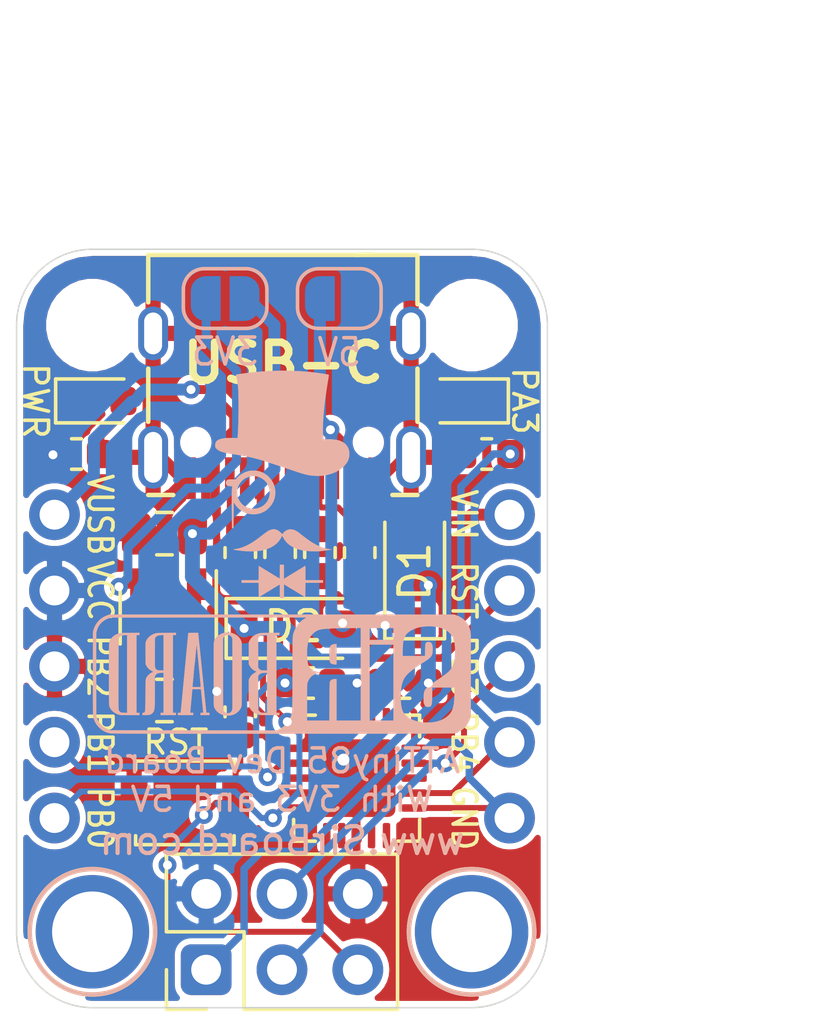
<source format=kicad_pcb>
(kicad_pcb (version 20171130) (host pcbnew "(5.1.2)-2")
  (title_block (title "Development Board for the ATTiny85") (date 2020-04-26) (rev 2) (company SirBoard) (comment 1 www.SirBoard.com) (comment 2 "USB Type C Connector + ICSP6 ") (comment 3 "3V3 and 5V Capability") (comment 4 ATTiny85-20M))
  (layers (0 F.Cu signal) (31 B.Cu signal) (34 B.Paste user hide) (35 F.Paste user hide) (36 B.SilkS user) (37 F.SilkS user) (38 B.Mask user hide) (39 F.Mask user hide) (44 Edge.Cuts user))
  (net 0 "")
  (net 1 VCC)
  (net 2 VIN)
  (net 3 PB0)
  (net 4 PB1)
  (net 5 PB2)
  (net 6 GND)
  (net 7 PB4)
  (net 8 PB3)
  (net 9 RST)
  (net 10 VUSB)
  (net 11 "Net-(U2-Pad4)")
  (net 12 "Net-(3V3-Pad2)")
  (net 13 "Net-(3V3-Pad1)")
  (net 14 "Net-(D3-Pad2)")
  (net 15 "Net-(D4-Pad2)")
  (net 16 "Net-(J1-PadB5)")
  (net 17 "Net-(J1-PadA8)")
  (net 18 "Net-(J1-PadA6)")
  (net 19 "Net-(J1-PadA7)")
  (net 20 "Net-(J1-PadA5)")
  (net 21 "Net-(J1-PadB8)")
  (net 22 "Net-(U1-Pad20)")
  (net 23 "Net-(U1-Pad19)")
  (net 24 "Net-(U1-Pad18)")
  (net 25 "Net-(U1-Pad17)")
  (net 26 "Net-(U1-Pad16)")
  (net 27 "Net-(U1-Pad13)")
  (net 28 "Net-(U1-Pad10)")
  (net 29 "Net-(U1-Pad9)")
  (net 30 "Net-(U1-Pad7)")
  (net 31 "Net-(U1-Pad6)")
  (net 32 "Net-(U1-Pad4)")
  (net 33 "Net-(U1-Pad3)")
  (module logo:SirBoard127x40 (layer B.Cu) (at 66.04 43.434 180)
    (fp_text reference G*** hide)
    (fp_text value LOGO hide)
  )
  (module logo:logo76x107 (layer B.Cu) (at 66.04 37.084 180)
    (fp_text reference G*** hide)
    (fp_text value LOGO hide)
  )
  (module Capacitor_SMD:C_0603_1608Metric (layer F.Cu) (at 70.1548 43.7388)
    (fp_text reference C3 hide)
    (fp_text value 100nF)
    (pad 2 smd roundrect (at 0.7875 0) (size 0.875 0.95) (layers F.Cu F.Paste F.Mask) (net 6 GND))
    (pad 1 smd roundrect (at -0.7875 0) (size 0.875 0.95) (layers F.Cu F.Paste F.Mask) (net 1 VCC))
  )
  (module Package_DFN_QFN:QFN-20-1EP_4x4mm_P0.5mm_EP2.6x2.6mm (layer F.Cu) (at 68.5396 46.9242)
    (fp_text reference U1 hide)
    (fp_text value ATtiny85-20MU)
    (pad 20 smd roundrect (at -1 -1.925) (size 0.25 0.85) (layers F.Cu F.Paste F.Mask) (net 22 "Net-(U1-Pad20)"))
    (pad 19 smd roundrect (at -0.5 -1.925) (size 0.25 0.85) (layers F.Cu F.Paste F.Mask) (net 23 "Net-(U1-Pad19)"))
    (pad 18 smd roundrect (at 0 -1.925) (size 0.25 0.85) (layers F.Cu F.Paste F.Mask) (net 24 "Net-(U1-Pad18)"))
    (pad 17 smd roundrect (at 0.5 -1.925) (size 0.25 0.85) (layers F.Cu F.Paste F.Mask) (net 25 "Net-(U1-Pad17)"))
    (pad 16 smd roundrect (at 1 -1.925) (size 0.25 0.85) (layers F.Cu F.Paste F.Mask) (net 26 "Net-(U1-Pad16)"))
    (pad 15 smd roundrect (at 1.925 -1) (size 0.85 0.25) (layers F.Cu F.Paste F.Mask) (net 1 VCC))
    (pad 14 smd roundrect (at 1.925 -0.5) (size 0.85 0.25) (layers F.Cu F.Paste F.Mask) (net 5 PB2))
    (pad 13 smd roundrect (at 1.925 0) (size 0.85 0.25) (layers F.Cu F.Paste F.Mask) (net 27 "Net-(U1-Pad13)"))
    (pad 12 smd roundrect (at 1.925 0.5) (size 0.85 0.25) (layers F.Cu F.Paste F.Mask) (net 4 PB1))
    (pad 11 smd roundrect (at 1.925 1) (size 0.85 0.25) (layers F.Cu F.Paste F.Mask) (net 3 PB0))
    (pad 10 smd roundrect (at 1 1.925) (size 0.25 0.85) (layers F.Cu F.Paste F.Mask) (net 28 "Net-(U1-Pad10)"))
    (pad 9 smd roundrect (at 0.5 1.925) (size 0.25 0.85) (layers F.Cu F.Paste F.Mask) (net 29 "Net-(U1-Pad9)"))
    (pad 8 smd roundrect (at 0 1.925) (size 0.25 0.85) (layers F.Cu F.Paste F.Mask) (net 6 GND))
    (pad 7 smd roundrect (at -0.5 1.925) (size 0.25 0.85) (layers F.Cu F.Paste F.Mask) (net 30 "Net-(U1-Pad7)"))
    (pad 6 smd roundrect (at -1 1.925) (size 0.25 0.85) (layers F.Cu F.Paste F.Mask) (net 31 "Net-(U1-Pad6)"))
    (pad 5 smd roundrect (at -1.925 1) (size 0.85 0.25) (layers F.Cu F.Paste F.Mask) (net 7 PB4))
    (pad 4 smd roundrect (at -1.925 0.5) (size 0.85 0.25) (layers F.Cu F.Paste F.Mask) (net 32 "Net-(U1-Pad4)"))
    (pad 3 smd roundrect (at -1.925 0) (size 0.85 0.25) (layers F.Cu F.Paste F.Mask) (net 33 "Net-(U1-Pad3)"))
    (pad 2 smd roundrect (at -1.925 -0.5) (size 0.85 0.25) (layers F.Cu F.Paste F.Mask) (net 8 PB3))
    (pad 1 smd roundrect (at -1.925 -1) (size 0.85 0.25) (layers F.Cu F.Paste F.Mask) (net 9 RST))
    (pad 21 smd roundrect (at 0 0) (size 2.6 2.6) (layers F.Cu F.Mask) (roundrect_rratio 0.096154) (net 6 GND))
  )
  (module SirBoardLibrary:MountingHole_M2.5_SirBoard (layer F.Cu) (at 59.69 52.07)
    (fp_text reference H3 hide)
    (fp_text value MountingHole)
    (pad 1 thru_hole circle (at 0 0) (size 3.8 3.8) (drill 2.7) (layers *.Cu *.Mask))
  )
  (module SirBoardLibrary:MountingHole_M2.5_SirBoard (layer F.Cu) (at 72.39 52.07)
    (fp_text reference H2 hide)
    (fp_text value MountingHole)
    (pad 1 thru_hole circle (at 0 0) (size 3.8 3.8) (drill 2.7) (layers *.Cu *.Mask))
  )
  (module Connector_PinHeader_2.54mm:PinHeader_1x05_P2.54mm_Vertical (layer B.Cu) (at 58.42 38.1 180)
    (fp_text reference J2 hide)
    (fp_text value Conn_01x05)
    (pad 5 thru_hole oval (at 0 -10.16 180) (size 1.7 1.7) (drill 1) (layers *.Cu *.Mask) (net 7 PB4))
    (pad 4 thru_hole oval (at 0 -7.62 180) (size 1.7 1.7) (drill 1) (layers *.Cu *.Mask) (net 8 PB3))
    (pad 3 thru_hole oval (at 0 -5.08 180) (size 1.7 1.7) (drill 1) (layers *.Cu *.Mask) (net 6 GND))
    (pad 2 thru_hole oval (at 0 -2.54 180) (size 1.7 1.7) (drill 1) (layers *.Cu *.Mask) (net 1 VCC))
    (pad 1 thru_hole circle (at 0 0 180) (size 1.7 1.7) (drill 1) (layers *.Cu *.Mask) (net 10 VUSB))
  )
  (module Connector_PinHeader_2.54mm:PinHeader_1x05_P2.54mm_Vertical (layer B.Cu) (at 73.66 38.1 180)
    (fp_text reference J3 hide)
    (fp_text value Conn_01x05)
    (pad 5 thru_hole oval (at 0 -10.16 180) (size 1.7 1.7) (drill 1) (layers *.Cu *.Mask) (net 3 PB0))
    (pad 4 thru_hole oval (at 0 -7.62 180) (size 1.7 1.7) (drill 1) (layers *.Cu *.Mask) (net 4 PB1))
    (pad 3 thru_hole oval (at 0 -5.08 180) (size 1.7 1.7) (drill 1) (layers *.Cu *.Mask) (net 5 PB2))
    (pad 2 thru_hole oval (at 0 -2.54 180) (size 1.7 1.7) (drill 1) (layers *.Cu *.Mask) (net 9 RST))
    (pad 1 thru_hole circle (at 0 0 180) (size 1.7 1.7) (drill 1) (layers *.Cu *.Mask) (net 2 VIN))
  )
  (module MountingHole:MountingHole_2.7mm_M2.5 (layer F.Cu) (at 59.69 31.75)
    (fp_text reference H1 hide)
    (fp_text value MountingHole)
    (pad 1 np_thru_hole circle (at 0 0) (size 2.7 2.7) (drill 2.7) (layers *.Cu *.Mask))
  )
  (module MountingHole:MountingHole_2.7mm_M2.5 (layer F.Cu) (at 72.39 31.75)
    (fp_text reference H4 hide)
    (fp_text value MountingHole)
    (pad 1 np_thru_hole circle (at 0 0) (size 2.7 2.7) (drill 2.7) (layers *.Cu *.Mask))
  )
  (module Package_TO_SOT_SMD:SOT-23-5 (layer F.Cu) (at 62.23 41.529 270)
    (fp_text reference U2 hide)
    (fp_text value SPX3819M5-L-3-3)
    (pad 5 smd rect (at 1.1 -0.95 270) (size 1.06 0.65) (layers F.Cu F.Paste F.Mask) (net 1 VCC))
    (pad 4 smd rect (at 1.1 0.95 270) (size 1.06 0.65) (layers F.Cu F.Paste F.Mask) (net 11 "Net-(U2-Pad4)"))
    (pad 3 smd rect (at -1.1 0.95 270) (size 1.06 0.65) (layers F.Cu F.Paste F.Mask) (net 12 "Net-(3V3-Pad2)"))
    (pad 2 smd rect (at -1.1 0 270) (size 1.06 0.65) (layers F.Cu F.Paste F.Mask) (net 6 GND))
    (pad 1 smd rect (at -1.1 -0.95 270) (size 1.06 0.65) (layers F.Cu F.Paste F.Mask) (net 12 "Net-(3V3-Pad2)"))
  )
  (module Button_Switch_SMD:SW_SPST_B3U-1000P (layer F.Cu) (at 62.787 47.752 180)
    (fp_text reference RST (at 0.303 2.032) (layer F.SilkS) (effects (font (size 0.8 0.8) (thickness 0.12))))
    (fp_text value SW_SPST)
    (pad 2 smd rect (at 1.7 0 180) (size 0.9 1.7) (layers F.Cu F.Paste F.Mask) (net 6 GND))
    (pad 1 smd rect (at -1.7 0 180) (size 0.9 1.7) (layers F.Cu F.Paste F.Mask) (net 9 RST))
  )
  (module Resistor_SMD:R_0603_1608Metric (layer F.Cu) (at 59.1565 36.068 180)
    (fp_text reference R8 hide)
    (fp_text value 1K)
    (pad 2 smd roundrect (at 0.7875 0 180) (size 0.875 0.95) (layers F.Cu F.Paste F.Mask) (net 1 VCC))
    (pad 1 smd roundrect (at -0.7875 0 180) (size 0.875 0.95) (layers F.Cu F.Paste F.Mask) (net 15 "Net-(D4-Pad2)"))
  )
  (module Resistor_SMD:R_0603_1608Metric (layer F.Cu) (at 72.898 36.068)
    (fp_text reference R7 hide)
    (fp_text value 1K)
    (pad 2 smd roundrect (at 0.7875 0) (size 0.875 0.95) (layers F.Cu F.Paste F.Mask) (net 4 PB1))
    (pad 1 smd roundrect (at -0.7875 0) (size 0.875 0.95) (layers F.Cu F.Paste F.Mask) (net 14 "Net-(D3-Pad2)"))
  )
  (module Resistor_SMD:R_0603_1608Metric (layer F.Cu) (at 66.929 43.7388)
    (fp_text reference R6 hide)
    (fp_text value 1k5)
    (pad 2 smd roundrect (at 0.7875 0) (size 0.875 0.95) (layers F.Cu F.Paste F.Mask) (net 1 VCC))
    (pad 1 smd roundrect (at -0.7875 0) (size 0.875 0.95) (layers F.Cu F.Paste F.Mask) (net 8 PB3))
  )
  (module Resistor_SMD:R_0603_1608Metric (layer F.Cu) (at 64.643 44.704 90)
    (fp_text reference R5 hide)
    (fp_text value 10K)
    (pad 2 smd roundrect (at 0.7875 0 90) (size 0.875 0.95) (layers F.Cu F.Paste F.Mask) (net 1 VCC))
    (pad 1 smd roundrect (at -0.7875 0 90) (size 0.875 0.95) (layers F.Cu F.Paste F.Mask) (net 9 RST))
  )
  (module Resistor_SMD:R_0603_1608Metric (layer F.Cu) (at 65.9765 39.37 270)
    (fp_text reference R4 hide)
    (fp_text value 68e)
    (pad 2 smd roundrect (at 0.7875 0 270) (size 0.875 0.95) (layers F.Cu F.Paste F.Mask) (net 7 PB4))
    (pad 1 smd roundrect (at -0.7875 0 270) (size 0.875 0.95) (layers F.Cu F.Paste F.Mask) (net 18 "Net-(J1-PadA6)"))
  )
  (module Resistor_SMD:R_0603_1608Metric (layer F.Cu) (at 67.31 39.37 270)
    (fp_text reference R3 hide)
    (fp_text value 68e)
    (pad 2 smd roundrect (at 0.7875 0 270) (size 0.875 0.95) (layers F.Cu F.Paste F.Mask) (net 8 PB3))
    (pad 1 smd roundrect (at -0.7875 0 270) (size 0.875 0.95) (layers F.Cu F.Paste F.Mask) (net 19 "Net-(J1-PadA7)"))
  )
  (module Resistor_SMD:R_0603_1608Metric (layer F.Cu) (at 68.6435 39.37 270)
    (fp_text reference R2 hide)
    (fp_text value 5k1)
    (pad 2 smd roundrect (at 0.7875 0 270) (size 0.875 0.95) (layers F.Cu F.Paste F.Mask) (net 6 GND))
    (pad 1 smd roundrect (at -0.7875 0 270) (size 0.875 0.95) (layers F.Cu F.Paste F.Mask) (net 20 "Net-(J1-PadA5)"))
  )
  (module Resistor_SMD:R_0603_1608Metric (layer F.Cu) (at 64.643 39.37 270)
    (fp_text reference R1 hide)
    (fp_text value 5k1)
    (pad 2 smd roundrect (at 0.7875 0 270) (size 0.875 0.95) (layers F.Cu F.Paste F.Mask) (net 6 GND))
    (pad 1 smd roundrect (at -0.7875 0 270) (size 0.875 0.95) (layers F.Cu F.Paste F.Mask) (net 16 "Net-(J1-PadB5)"))
  )
  (module Connector_PinHeader_2.54mm:PinHeader_2x03_P2.54mm_Vertical (layer F.Cu) (at 63.5 53.34 90)
    (fp_text reference J4 hide)
    (fp_text value ISP6)
    (pad 6 thru_hole oval (at 2.54 5.08 90) (size 1.7 1.7) (drill 1) (layers *.Cu *.Mask) (net 6 GND))
    (pad 5 thru_hole oval (at 0 5.08 90) (size 1.7 1.7) (drill 1) (layers *.Cu *.Mask) (net 9 RST))
    (pad 4 thru_hole oval (at 2.54 2.54 90) (size 1.7 1.7) (drill 1) (layers *.Cu *.Mask) (net 3 PB0))
    (pad 3 thru_hole oval (at 0 2.54 90) (size 1.7 1.7) (drill 1) (layers *.Cu *.Mask) (net 5 PB2))
    (pad 2 thru_hole oval (at 2.54 0 90) (size 1.7 1.7) (drill 1) (layers *.Cu *.Mask) (net 1 VCC))
    (pad 1 thru_hole roundrect (at 0 0 90) (size 1.7 1.7) (drill 1) (layers *.Cu *.Mask) (roundrect_rratio 0.2) (net 4 PB1))
  )
  (module SirBoardLibrary:USB_C (layer F.Cu) (at 69.2565 37.465 180)
    (fp_text reference USB-C (at 3.175 4.445) (layer F.SilkS) (effects (font (size 1.27 1.27) (thickness 0.254))))
    (fp_text value USB_C_Receptacle_USB2.0 hide)
    (pad B4 smd rect (at 5.4558 0.5866 180) (size 0.31 1.4) (layers F.Cu F.Paste F.Mask) (net 10 VUSB))
    (pad B1 smd rect (at 6.2585 0.5866 180) (size 0.31 1.4) (layers F.Cu F.Paste F.Mask) (net 6 GND))
    (pad B9 smd rect (at 0.9685 0.5842 180) (size 0.31 1.4) (layers F.Cu F.Paste F.Mask) (net 10 VUSB))
    (pad B12 smd rect (at 0.1685 0.5842 180) (size 0.31 1.4) (layers F.Cu F.Paste F.Mask) (net 6 GND))
    (pad A1 smd rect (at -0.1415 0.5866 180) (size 0.31 1.4) (layers F.Cu F.Paste F.Mask) (net 6 GND))
    (pad A12 smd rect (at 6.5685 0.5866 180) (size 0.31 1.4) (layers F.Cu F.Paste F.Mask) (net 6 GND))
    (pad "" np_thru_hole circle (at 0.3235 1.7866 180) (size 0.65 0.65) (drill oval 0.65) (layers *.Cu *.Mask))
    (pad "" np_thru_hole circle (at 6.1035 1.7866 180) (size 0.65 0.65) (drill oval 0.65) (layers *.Cu *.Mask))
    (pad S1 thru_hole oval (at -1.1065 5.4366 180) (size 1 1.8) (drill oval 0.6 1.4) (layers *.Cu *.Mask) (net 6 GND))
    (pad S1 thru_hole oval (at 7.5335 5.4366 180) (size 1 1.8) (drill oval 0.6 1.4) (layers *.Cu *.Mask) (net 6 GND))
    (pad S1 thru_hole oval (at 7.5335 1.2866 180) (size 1 2.1) (drill oval 0.6 1.7) (layers *.Cu *.Mask) (net 6 GND))
    (pad S1 thru_hole oval (at -1.1065 1.2866 180) (size 1 2.1) (drill oval 0.6 1.7) (layers *.Cu *.Mask) (net 6 GND))
    (pad B5 smd rect (at 4.9635 0.5866 180) (size 0.32 1.4) (layers F.Cu F.Paste F.Mask) (net 16 "Net-(J1-PadB5)"))
    (pad A8 smd rect (at 4.4635 0.5866 180) (size 0.32 1.4) (layers F.Cu F.Paste F.Mask) (net 17 "Net-(J1-PadA8)"))
    (pad B6 smd rect (at 3.9635 0.5866 180) (size 0.32 1.4) (layers F.Cu F.Paste F.Mask) (net 18 "Net-(J1-PadA6)"))
    (pad A7 smd rect (at 3.4635 0.5866 180) (size 0.32 1.4) (layers F.Cu F.Paste F.Mask) (net 19 "Net-(J1-PadA7)"))
    (pad A6 smd rect (at 2.9635 0.5866 180) (size 0.32 1.4) (layers F.Cu F.Paste F.Mask) (net 18 "Net-(J1-PadA6)"))
    (pad B7 smd rect (at 2.4635 0.5866 180) (size 0.32 1.4) (layers F.Cu F.Paste F.Mask) (net 19 "Net-(J1-PadA7)"))
    (pad A5 smd rect (at 1.9635 0.5866 180) (size 0.32 1.4) (layers F.Cu F.Paste F.Mask) (net 20 "Net-(J1-PadA5)"))
    (pad B8 smd rect (at 1.4635 0.5866 180) (size 0.32 1.4) (layers F.Cu F.Paste F.Mask) (net 21 "Net-(J1-PadB8)"))
    (pad A9 smd rect (at 5.7685 0.5866 180) (size 0.31 1.4) (layers F.Cu F.Paste F.Mask) (net 10 VUSB))
    (pad A4 smd rect (at 0.6585 0.5866 180) (size 0.31 1.4) (layers F.Cu F.Paste F.Mask) (net 10 VUSB))
  )
  (module LED_SMD:LED_0603_1608Metric (layer F.Cu) (at 59.944 34.29)
    (fp_text reference PWR (at -2.159 0 270 unlocked) (layer F.SilkS) (effects (font (size 0.8 0.8) (thickness 0.12))))
    (fp_text value RED)
    (pad 2 smd roundrect (at 0.7875 0) (size 0.875 0.95) (layers F.Cu F.Paste F.Mask) (net 15 "Net-(D4-Pad2)"))
    (pad 1 smd roundrect (at -0.7875 0) (size 0.875 0.95) (layers F.Cu F.Paste F.Mask) (net 6 GND))
  )
  (module LED_SMD:LED_0603_1608Metric (layer F.Cu) (at 72.136 34.29 180)
    (fp_text reference PA3 (at -2.032 0 270 unlocked) (layer F.SilkS) (effects (font (size 0.8 0.8) (thickness 0.12))))
    (fp_text value RED)
    (pad 2 smd roundrect (at 0.7875 0 180) (size 0.875 0.95) (layers F.Cu F.Paste F.Mask) (net 14 "Net-(D3-Pad2)"))
    (pad 1 smd roundrect (at -0.7875 0 180) (size 0.875 0.95) (layers F.Cu F.Paste F.Mask) (net 6 GND))
  )
  (module Diode_SMD:D_SOD-123 (layer F.Cu) (at 66.421 41.91)
    (fp_text reference D2 (at 0 -0.0635) (layer F.SilkS))
    (fp_text value MBR120)
    (pad 2 smd rect (at 1.65 0) (size 0.9 1.2) (layers F.Cu F.Paste F.Mask) (net 10 VUSB))
    (pad 1 smd rect (at -1.65 0) (size 0.9 1.2) (layers F.Cu F.Paste F.Mask) (net 13 "Net-(3V3-Pad1)"))
  )
  (module Diode_SMD:D_SOD-123 (layer F.Cu) (at 70.485 40.005 90)
    (fp_text reference D1 (at 0 0 90) (layer F.SilkS))
    (fp_text value MBR120)
    (pad 2 smd rect (at 1.65 0 90) (size 0.9 1.2) (layers F.Cu F.Paste F.Mask) (net 2 VIN))
    (pad 1 smd rect (at -1.65 0 90) (size 0.9 1.2) (layers F.Cu F.Paste F.Mask) (net 13 "Net-(3V3-Pad1)"))
  )
  (module Capacitor_SMD:C_0805_2012Metric (layer F.Cu) (at 62.103 44.323 180)
    (fp_text reference C2 hide)
    (fp_text value 10uF)
    (pad 2 smd roundrect (at 0.9375 0 180) (size 0.975 1.4) (layers F.Cu F.Paste F.Mask) (net 6 GND))
    (pad 1 smd roundrect (at -0.9375 0 180) (size 0.975 1.4) (layers F.Cu F.Paste F.Mask) (net 1 VCC))
  )
  (module Capacitor_SMD:C_0805_2012Metric (layer F.Cu) (at 62.103 38.735 180)
    (fp_text reference C1 hide)
    (fp_text value 10uF)
    (pad 2 smd roundrect (at 0.9375 0 180) (size 0.975 1.4) (layers F.Cu F.Paste F.Mask) (net 6 GND))
    (pad 1 smd roundrect (at -0.9375 0 180) (size 0.975 1.4) (layers F.Cu F.Paste F.Mask) (net 13 "Net-(3V3-Pad1)"))
  )
  (module Jumper:SolderJumper-2_P1.3mm_Open_RoundedPad1.0x1.5mm (layer B.Cu) (at 67.96 30.861)
    (fp_text reference 5V (at 0 1.8) (layer B.SilkS) (effects (font (size 0.9 0.8) (thickness 0.12)) (justify mirror)))
    (fp_text value SolderJumper_2_Open)
    (pad 2 smd custom (at 0.65 0) (size 1 0.5) (layers B.Cu B.Mask) (net 1 VCC) (options (clearance outline) (anchor rect)) (primitives (gr_circle (center 0 -0.25) (end 0.5 -0.25) (width 0)) (gr_circle (center 0 0.25) (end 0.5 0.25) (width 0)) (gr_poly (pts (xy 0 0.75) (xy -0.5 0.75) (xy -0.5 -0.75) (xy 0 -0.75)) (width 0))))
    (pad 1 smd custom (at -0.65 0) (size 1 0.5) (layers B.Cu B.Mask) (net 10 VUSB) (options (clearance outline) (anchor rect)) (primitives (gr_circle (center 0 -0.25) (end 0.5 -0.25) (width 0)) (gr_circle (center 0 0.25) (end 0.5 0.25) (width 0)) (gr_poly (pts (xy 0 0.75) (xy 0.5 0.75) (xy 0.5 -0.75) (xy 0 -0.75)) (width 0))))
  )
  (module Jumper:SolderJumper-2_P1.3mm_Open_RoundedPad1.0x1.5mm (layer B.Cu) (at 64.135 30.861 180)
    (fp_text reference 3V3 (at 0 -1.778) (layer B.SilkS) (effects (font (size 0.9 0.8) (thickness 0.12)) (justify mirror)))
    (fp_text value SolderJumper_2_Open)
    (pad 2 smd custom (at 0.65 0 180) (size 1 0.5) (layers B.Cu B.Mask) (net 12 "Net-(3V3-Pad2)") (options (clearance outline) (anchor rect)) (primitives (gr_circle (center 0 -0.25) (end 0.5 -0.25) (width 0)) (gr_circle (center 0 0.25) (end 0.5 0.25) (width 0)) (gr_poly (pts (xy 0 0.75) (xy -0.5 0.75) (xy -0.5 -0.75) (xy 0 -0.75)) (width 0))))
    (pad 1 smd custom (at -0.65 0 180) (size 1 0.5) (layers B.Cu B.Mask) (net 13 "Net-(3V3-Pad1)") (options (clearance outline) (anchor rect)) (primitives (gr_circle (center 0 -0.25) (end 0.5 -0.25) (width 0)) (gr_circle (center 0 0.25) (end 0.5 0.25) (width 0)) (gr_poly (pts (xy 0 0.75) (xy 0.5 0.75) (xy 0.5 -0.75) (xy 0 -0.75)) (width 0))))
  )
  (gr_text "ATTiny85 Dev Board\nWith 3V3 and 5V" (at 66.04 46.99) (layer B.SilkS) (effects (font (size 0.8 0.8) (thickness 0.12)) (justify mirror)))
  (gr_text www.SirBoard.com (at 66.04 49.022) (layer B.SilkS) (effects (font (size 0.9 0.9) (thickness 0.14)) (justify mirror)))
  (gr_text VIN (at 72.136 38.1 270) (layer F.SilkS) (effects (font (size 0.8 0.7) (thickness 0.12))))
  (gr_text RST (at 72.136 40.64 270) (layer F.SilkS) (effects (font (size 0.8 0.7) (thickness 0.12))))
  (gr_text PB3 (at 72.136 43.18 270) (layer F.SilkS) (effects (font (size 0.8 0.7) (thickness 0.12))))
  (gr_text PB4 (at 72.136 45.72 270) (layer F.SilkS) (effects (font (size 0.8 0.7) (thickness 0.12))))
  (gr_text GND (at 72.136 48.26 270) (layer F.SilkS) (effects (font (size 0.8 0.7) (thickness 0.12))))
  (gr_text PB0 (at 59.944 48.26 270) (layer F.SilkS) (effects (font (size 0.8 0.7) (thickness 0.12))))
  (gr_text PB1 (at 59.944 45.72 270) (layer F.SilkS) (effects (font (size 0.8 0.7) (thickness 0.12))))
  (gr_text PB2 (at 59.944 43.18 270) (layer F.SilkS) (effects (font (size 0.8 0.7) (thickness 0.12))))
  (gr_text VCC (at 59.944 40.64 270) (layer F.SilkS) (effects (font (size 0.8 0.7) (thickness 0.12))))
  (gr_text VUSB (at 59.944 38.1 270) (layer F.SilkS) (effects (font (size 0.8 0.7) (thickness 0.12))))
  (gr_arc (start 59.69 31.75) (end 59.69 29.21) (angle -90) (layer Edge.Cuts) (width 0.05))
  (gr_arc (start 72.39 31.75) (end 74.93 31.75) (angle -90) (layer Edge.Cuts) (width 0.05))
  (gr_line (start 59.69 29.21) (end 72.39 29.21) (layer Edge.Cuts) (width 0.05))
  (gr_line (start 57.15 31.75) (end 57.15 52.07) (layer Edge.Cuts) (width 0.05))
  (gr_line (start 74.93 52.07) (end 74.93 31.75) (layer Edge.Cuts) (width 0.05))
  (gr_line (start 59.69 54.61) (end 72.39 54.61) (layer Edge.Cuts) (width 0.05))
  (gr_arc (start 59.69 52.07) (end 57.15 52.07) (angle -90) (layer Edge.Cuts) (width 0.05))
  (gr_arc (start 72.39 52.07) (end 72.39 54.61) (angle -90) (layer Edge.Cuts) (width 0.05))
  (via (at 58.3692 36.0934) (size 0.6) (drill 0.3) (layers F.Cu B.Cu) (net 1))
  (via (at 68.0974 46.3042) (size 0.8) (drill 0.4) (layers F.Cu B.Cu) (net 6))
  (segment (start 63.18 42.629) (end 63.18 43.246) (width 0.3) (layer F.Cu) (net 1))
  (segment (start 63.0405 43.3855) (end 63.0405 44.323) (width 0.3) (layer F.Cu) (net 1))
  (segment (start 63.18 43.246) (end 63.0405 43.3855) (width 0.3) (layer F.Cu) (net 1))
  (segment (start 63.9573 43.9165) (end 64.643 43.9165) (width 0.3) (layer F.Cu) (net 1))
  (segment (start 63.0405 44.323) (end 63.5508 44.323) (width 0.3) (layer F.Cu) (net 1))
  (segment (start 63.5508 44.323) (end 63.8556 44.0182) (width 0.3) (layer F.Cu) (net 1))
  (segment (start 70.4646 44.709) (end 70.4646 45.9242) (width 0.2) (layer F.Cu) (net 1))
  (segment (start 69.3673 43.7388) (end 69.4944 43.7388) (width 0.2) (layer F.Cu) (net 1))
  (segment (start 69.4944 43.7388) (end 70.4646 44.709) (width 0.2) (layer F.Cu) (net 1))
  (segment (start 67.7165 43.7388) (end 68.5546 43.7388) (width 0.2) (layer F.Cu) (net 1))
  (segment (start 68.5546 43.7388) (end 69.3673 43.7388) (width 0.2) (layer F.Cu) (net 1))
  (via (at 68.5546 43.7388) (size 0.6) (drill 0.3) (layers F.Cu B.Cu) (net 1))
  (segment (start 63.8556 44.0182) (end 63.9573 43.9165) (width 0.3) (layer F.Cu) (net 1))
  (via (at 63.8556 44.0182) (size 0.6) (drill 0.3) (layers F.Cu B.Cu) (net 1))
  (segment (start 63.373 50.673) (end 63.5 50.8) (width 0.5) (layer F.Cu) (net 1))
  (segment (start 70.485 38.355) (end 72.135 38.355) (width 0.4) (layer F.Cu) (net 2))
  (segment (start 72.39 38.1) (end 73.66 38.1) (width 0.4) (layer F.Cu) (net 2))
  (segment (start 72.135 38.355) (end 72.39 38.1) (width 0.4) (layer F.Cu) (net 2))
  (segment (start 73.3242 47.9242) (end 73.66 48.26) (width 0.2) (layer F.Cu) (net 3))
  (segment (start 70.4646 47.9242) (end 73.3242 47.9242) (width 0.2) (layer F.Cu) (net 3))
  (segment (start 71.12 45.72) (end 66.04 50.8) (width 0.25) (layer B.Cu) (net 3))
  (segment (start 71.8566 45.72) (end 71.12 45.72) (width 0.25) (layer B.Cu) (net 3))
  (segment (start 72.3138 46.1772) (end 71.8566 45.72) (width 0.25) (layer B.Cu) (net 3))
  (segment (start 73.66 48.26) (end 72.3138 46.9138) (width 0.25) (layer B.Cu) (net 3))
  (segment (start 72.3138 46.9138) (end 72.3138 46.1772) (width 0.25) (layer B.Cu) (net 3))
  (segment (start 73.4568 45.72) (end 73.66 45.72) (width 0.2) (layer F.Cu) (net 4))
  (segment (start 70.4646 47.4242) (end 71.7526 47.4242) (width 0.2) (layer F.Cu) (net 4))
  (segment (start 71.7526 47.4242) (end 72.0598 47.117) (width 0.2) (layer F.Cu) (net 4))
  (segment (start 72.0598 47.117) (end 73.4568 45.72) (width 0.2) (layer F.Cu) (net 4))
  (segment (start 64.6938 52.1462) (end 63.5 53.34) (width 0.25) (layer B.Cu) (net 4))
  (segment (start 70.993 45.1612) (end 66.7766 49.3776) (width 0.25) (layer B.Cu) (net 4))
  (segment (start 66.7766 49.3776) (end 65.3542 49.3776) (width 0.25) (layer B.Cu) (net 4))
  (segment (start 65.3542 49.3776) (end 64.77 49.9618) (width 0.25) (layer B.Cu) (net 4))
  (segment (start 64.77 52.07) (end 64.6938 52.1462) (width 0.25) (layer B.Cu) (net 4))
  (segment (start 64.77 49.9618) (end 64.77 52.07) (width 0.25) (layer B.Cu) (net 4))
  (via (at 73.6855 36.068) (size 0.6) (drill 0.3) (layers F.Cu B.Cu) (net 4))
  (segment (start 72.0471 44.1071) (end 70.993 45.1612) (width 0.25) (layer B.Cu) (net 4))
  (segment (start 73.66 45.72) (end 72.0471 44.1071) (width 0.25) (layer B.Cu) (net 4))
  (segment (start 73.1266 36.068) (end 73.6855 36.068) (width 0.25) (layer B.Cu) (net 4))
  (segment (start 72.0344 37.1602) (end 73.1266 36.068) (width 0.25) (layer B.Cu) (net 4))
  (segment (start 70.993 45.1612) (end 72.0344 44.1198) (width 0.25) (layer B.Cu) (net 4))
  (segment (start 72.0344 44.1198) (end 72.0344 37.1602) (width 0.25) (layer B.Cu) (net 4))
  (segment (start 72.136 44.704) (end 73.66 43.18) (width 0.2) (layer F.Cu) (net 5))
  (segment (start 72.136 45.7962) (end 72.136 44.704) (width 0.2) (layer F.Cu) (net 5))
  (segment (start 70.4646 46.4242) (end 71.508 46.4242) (width 0.2) (layer F.Cu) (net 5))
  (segment (start 71.508 46.4242) (end 71.508 46.4242) (width 0.2) (layer F.Cu) (net 5))
  (segment (start 71.508 46.4242) (end 72.136 45.7962) (width 0.2) (layer F.Cu) (net 5))
  (via (at 71.508 46.4242) (size 0.6) (drill 0.3) (layers F.Cu B.Cu) (net 5))
  (segment (start 71.083736 46.4242) (end 67.31 50.197936) (width 0.25) (layer B.Cu) (net 5))
  (segment (start 71.508 46.4242) (end 71.083736 46.4242) (width 0.25) (layer B.Cu) (net 5))
  (segment (start 67.31 52.07) (end 66.04 53.34) (width 0.25) (layer B.Cu) (net 5))
  (segment (start 67.31 50.197936) (end 67.31 52.07) (width 0.25) (layer B.Cu) (net 5))
  (segment (start 62.688 36.8784) (end 62.998 36.8784) (width 0.3) (layer F.Cu) (net 6))
  (segment (start 68.5396 48.8492) (end 68.5396 46.9242) (width 0.25) (layer F.Cu) (net 6))
  (segment (start 68.5396 50.7596) (end 68.58 50.8) (width 0.25) (layer F.Cu) (net 6))
  (segment (start 68.5396 48.8492) (end 68.5396 50.7596) (width 0.25) (layer F.Cu) (net 6))
  (segment (start 61.988 36.1784) (end 62.688 36.8784) (width 0.4) (layer F.Cu) (net 6))
  (segment (start 61.723 36.1784) (end 61.988 36.1784) (width 0.4) (layer F.Cu) (net 6))
  (via (at 70.9422 40.4622) (size 0.6) (drill 0.3) (layers F.Cu B.Cu) (net 6))
  (segment (start 68.6435 40.1575) (end 70.6375 40.1575) (width 0.5) (layer F.Cu) (net 6))
  (segment (start 70.6375 40.1575) (end 70.9422 40.4622) (width 0.5) (layer F.Cu) (net 6))
  (via (at 70.9423 43.7388) (size 0.6) (drill 0.3) (layers F.Cu B.Cu) (net 6))
  (segment (start 70.9422 40.4622) (end 70.9422 43.7387) (width 0.5) (layer B.Cu) (net 6))
  (segment (start 70.9422 43.7387) (end 70.9423 43.7388) (width 0.5) (layer B.Cu) (net 6))
  (segment (start 68.3769 46.3042) (end 70.9423 43.7388) (width 0.5) (layer B.Cu) (net 6))
  (segment (start 68.0974 46.3042) (end 68.3769 46.3042) (width 0.5) (layer B.Cu) (net 6))
  (segment (start 70.098 36.1784) (end 69.398 36.8784) (width 0.3) (layer F.Cu) (net 6))
  (segment (start 70.363 36.1784) (end 70.098 36.1784) (width 0.3) (layer F.Cu) (net 6))
  (segment (start 69.7992 37.5412) (end 69.6976 37.5412) (width 0.3) (layer F.Cu) (net 6))
  (segment (start 69.6976 37.5412) (end 69.5452 37.6936) (width 0.3) (layer F.Cu) (net 6))
  (segment (start 69.5452 37.6936) (end 69.088 37.6936) (width 0.3) (layer F.Cu) (net 6))
  (segment (start 69.088 37.6936) (end 69.088 36.8808) (width 0.3) (layer F.Cu) (net 6))
  (segment (start 69.088 36.8808) (end 69.088 37.8206) (width 0.3) (layer F.Cu) (net 6))
  (segment (start 69.7992 37.5412) (end 69.5452 37.7952) (width 0.3) (layer F.Cu) (net 6))
  (segment (start 69.398 37.14) (end 69.7992 37.5412) (width 0.3) (layer F.Cu) (net 6))
  (segment (start 69.398 36.8784) (end 69.398 37.14) (width 0.3) (layer F.Cu) (net 6))
  (segment (start 62.688 36.8784) (end 62.688 37.007) (width 0.3) (layer F.Cu) (net 6))
  (segment (start 62.688 37.007) (end 62.2554 37.4396) (width 0.3) (layer F.Cu) (net 6))
  (segment (start 62.688 36.8784) (end 62.688 37.4896) (width 0.3) (layer F.Cu) (net 6))
  (segment (start 62.688 36.8784) (end 62.688 37.5404) (width 0.3) (layer F.Cu) (net 6))
  (segment (start 62.688 37.5404) (end 62.3316 37.8968) (width 0.3) (layer F.Cu) (net 6))
  (segment (start 62.3316 37.8968) (end 62.3316 37.592) (width 0.3) (layer F.Cu) (net 6))
  (segment (start 62.688 36.8784) (end 62.688 37.3118) (width 0.3) (layer F.Cu) (net 6))
  (segment (start 62.4078 37.592) (end 62.3316 37.592) (width 0.3) (layer F.Cu) (net 6))
  (segment (start 62.688 37.3118) (end 62.4078 37.592) (width 0.3) (layer F.Cu) (net 6))
  (via (at 66.2178 45.0342) (size 0.6) (drill 0.3) (layers F.Cu B.Cu) (net 7))
  (segment (start 66.6146 47.9242) (end 66.071 47.9242) (width 0.2) (layer F.Cu) (net 7))
  (via (at 65.7352 48.26) (size 0.6) (drill 0.3) (layers F.Cu B.Cu) (net 7))
  (segment (start 66.035199 47.960001) (end 65.7352 48.26) (width 0.2) (layer F.Cu) (net 7))
  (segment (start 66.071 47.9242) (end 66.035199 47.960001) (width 0.2) (layer F.Cu) (net 7))
  (segment (start 66.035199 47.960001) (end 65.7352 48.26) (width 0.2) (layer B.Cu) (net 7))
  (segment (start 66.6242 47.371) (end 66.035199 47.960001) (width 0.2) (layer B.Cu) (net 7))
  (segment (start 66.2178 45.0342) (end 66.6242 45.4406) (width 0.2) (layer B.Cu) (net 7))
  (segment (start 66.6242 45.4406) (end 66.6242 47.371) (width 0.2) (layer B.Cu) (net 7))
  (segment (start 65.405 44.2214) (end 66.2178 45.0342) (width 0.2) (layer F.Cu) (net 7))
  (segment (start 65.405 43.0784) (end 65.405 44.2214) (width 0.2) (layer F.Cu) (net 7))
  (segment (start 65.9765 40.1575) (end 65.9765 42.5069) (width 0.2) (layer F.Cu) (net 7))
  (segment (start 65.9765 42.5069) (end 65.405 43.0784) (width 0.2) (layer F.Cu) (net 7))
  (segment (start 65.3542 48.26) (end 65.7352 48.26) (width 0.2) (layer B.Cu) (net 7))
  (segment (start 64.4652 47.371) (end 65.3542 48.26) (width 0.2) (layer B.Cu) (net 7))
  (segment (start 58.42 48.26) (end 59.309 47.371) (width 0.2) (layer B.Cu) (net 7))
  (segment (start 59.309 47.371) (end 64.4652 47.371) (width 0.2) (layer B.Cu) (net 7))
  (via (at 65.5574 46.8884) (size 0.6) (drill 0.3) (layers F.Cu B.Cu) (net 8))
  (segment (start 66.1415 43.7388) (end 66.1415 43.7388) (width 0.2) (layer F.Cu) (net 8))
  (via (at 66.1415 43.7388) (size 0.6) (drill 0.3) (layers F.Cu B.Cu) (net 8))
  (segment (start 66.6146 46.4242) (end 66.0216 46.4242) (width 0.2) (layer F.Cu) (net 8))
  (segment (start 66.0216 46.4242) (end 65.5574 46.8884) (width 0.2) (layer F.Cu) (net 8))
  (segment (start 65.6336 43.7388) (end 66.1415 43.7388) (width 0.2) (layer B.Cu) (net 8))
  (segment (start 65.1764 44.196) (end 65.6336 43.7388) (width 0.2) (layer B.Cu) (net 8))
  (segment (start 65.5574 46.8884) (end 65.1764 46.5074) (width 0.2) (layer B.Cu) (net 8))
  (segment (start 65.1764 46.5074) (end 65.1764 44.196) (width 0.2) (layer B.Cu) (net 8))
  (segment (start 66.1415 42.9515) (end 66.1415 43.7388) (width 0.2) (layer F.Cu) (net 8))
  (segment (start 66.3956 42.6974) (end 66.1415 42.9515) (width 0.2) (layer F.Cu) (net 8))
  (segment (start 67.31 40.1575) (end 66.3956 41.0719) (width 0.2) (layer F.Cu) (net 8))
  (segment (start 66.3956 41.0719) (end 66.3956 42.6974) (width 0.2) (layer F.Cu) (net 8))
  (segment (start 65.2018 46.5328) (end 65.5574 46.8884) (width 0.2) (layer B.Cu) (net 8))
  (segment (start 58.42 45.72) (end 59.2328 46.5328) (width 0.2) (layer B.Cu) (net 8))
  (segment (start 59.2328 46.5328) (end 65.2018 46.5328) (width 0.2) (layer B.Cu) (net 8))
  (segment (start 64.487 46.702) (end 64.643 46.546) (width 0.2) (layer F.Cu) (net 9))
  (segment (start 64.487 47.752) (end 64.487 46.702) (width 0.2) (layer F.Cu) (net 9))
  (segment (start 64.643 46.546) (end 64.643 45.4915) (width 0.2) (layer F.Cu) (net 9))
  (segment (start 66.6146 45.9242) (end 66.929 45.6098) (width 0.25) (layer F.Cu) (net 9))
  (segment (start 66.929 45.6098) (end 66.929 43.1546) (width 0.25) (layer F.Cu) (net 9))
  (segment (start 66.929 43.1546) (end 67.183 42.9006) (width 0.25) (layer F.Cu) (net 9))
  (segment (start 71.3994 42.9006) (end 73.66 40.64) (width 0.25) (layer F.Cu) (net 9))
  (segment (start 67.183 42.9006) (end 71.3994 42.9006) (width 0.25) (layer F.Cu) (net 9))
  (segment (start 65.4305 45.4915) (end 64.643 45.4915) (width 0.2) (layer F.Cu) (net 9))
  (segment (start 66.6146 45.9242) (end 65.8632 45.9242) (width 0.2) (layer F.Cu) (net 9))
  (segment (start 65.8632 45.9242) (end 65.4305 45.4915) (width 0.2) (layer F.Cu) (net 9))
  (segment (start 62.2046 51.1556) (end 62.2046 49.8348) (width 0.2) (layer F.Cu) (net 9))
  (segment (start 62.7126 52.07) (end 62.2046 51.1556) (width 0.2) (layer F.Cu) (net 9))
  (segment (start 68.58 53.34) (end 67.31 52.07) (width 0.2) (layer F.Cu) (net 9))
  (segment (start 67.31 52.07) (end 62.7126 52.07) (width 0.2) (layer F.Cu) (net 9))
  (via (at 63.4238 48.1584) (size 0.6) (drill 0.3) (layers F.Cu B.Cu) (net 9))
  (segment (start 64.487 47.752) (end 63.8302 47.752) (width 0.2) (layer F.Cu) (net 9))
  (segment (start 63.8302 47.752) (end 63.4238 48.1584) (width 0.2) (layer F.Cu) (net 9))
  (via (at 62.2046 49.8348) (size 0.6) (drill 0.3) (layers F.Cu B.Cu) (net 9))
  (segment (start 62.2046 49.3776) (end 62.2046 49.8348) (width 0.2) (layer B.Cu) (net 9))
  (segment (start 63.4238 48.1584) (end 62.2046 49.3776) (width 0.2) (layer B.Cu) (net 9))
  (segment (start 63.8007 35.8784) (end 64.4239 35.2552) (width 0.3) (layer F.Cu) (net 10))
  (segment (start 63.8007 36.8784) (end 63.8007 35.8784) (width 0.3) (layer F.Cu) (net 10))
  (segment (start 68.288 35.8808) (end 68.288 36.8808) (width 0.3) (layer F.Cu) (net 10))
  (segment (start 67.6624 35.2552) (end 68.288 35.8808) (width 0.3) (layer F.Cu) (net 10))
  (segment (start 64.4239 35.2552) (end 67.6624 35.2552) (width 0.3) (layer F.Cu) (net 10))
  (segment (start 63.488 36.8784) (end 63.8007 36.8784) (width 0.3) (layer F.Cu) (net 10))
  (segment (start 68.2904 36.8784) (end 68.288 36.8808) (width 0.3) (layer F.Cu) (net 10))
  (segment (start 68.598 36.8784) (end 68.2904 36.8784) (width 0.3) (layer F.Cu) (net 10))
  (via (at 68.071 41.7322) (size 0.6) (drill 0.3) (layers F.Cu B.Cu) (net 10))
  (via (at 67.6624 35.2552) (size 0.6) (drill 0.3) (layers F.Cu B.Cu) (net 10))
  (segment (start 67.691 35.2838) (end 67.6624 35.2552) (width 0.4) (layer B.Cu) (net 10))
  (segment (start 68.071 41.7322) (end 67.691 41.3522) (width 0.4) (layer B.Cu) (net 10))
  (segment (start 67.691 41.3522) (end 67.691 35.2838) (width 0.4) (layer B.Cu) (net 10))
  (segment (start 67.31 34.9028) (end 67.6624 35.2552) (width 0.4) (layer B.Cu) (net 10))
  (segment (start 67.31 30.861) (end 67.31 34.9028) (width 0.4) (layer B.Cu) (net 10))
  (segment (start 61.468324 33.909) (end 62.992 33.909) (width 0.4) (layer B.Cu) (net 10))
  (segment (start 61.299493 34.053195) (end 61.468324 33.909) (width 0.4) (layer B.Cu) (net 10))
  (segment (start 61.136516 34.287034) (end 61.299493 34.053195) (width 0.4) (layer B.Cu) (net 10))
  (segment (start 59.7408 36.7792) (end 59.7408 35.577119) (width 0.4) (layer B.Cu) (net 10))
  (segment (start 58.42 38.1) (end 59.7408 36.7792) (width 0.4) (layer B.Cu) (net 10))
  (segment (start 59.7408 35.577119) (end 61.004456 34.313463) (width 0.4) (layer B.Cu) (net 10))
  (segment (start 61.004456 34.313463) (end 61.104072 34.305624) (width 0.4) (layer B.Cu) (net 10))
  (segment (start 61.104072 34.305624) (end 61.116968 34.290524) (width 0.4) (layer B.Cu) (net 10))
  (segment (start 61.116968 34.290524) (end 61.136516 34.287034) (width 0.4) (layer B.Cu) (net 10))
  (segment (start 62.992 33.909) (end 62.992 33.909) (width 0.4) (layer B.Cu) (net 10))
  (via (at 62.992 33.909) (size 0.6) (drill 0.3) (layers F.Cu B.Cu) (net 10))
  (segment (start 64.4239 34.79005) (end 64.4239 35.2552) (width 0.3) (layer F.Cu) (net 10))
  (segment (start 62.992 33.909) (end 63.54285 33.909) (width 0.3) (layer F.Cu) (net 10))
  (segment (start 63.54285 33.909) (end 64.4239 34.79005) (width 0.3) (layer F.Cu) (net 10))
  (segment (start 61.28 41.259) (end 61.55 41.529) (width 0.3) (layer F.Cu) (net 12))
  (segment (start 61.28 40.429) (end 61.28 41.259) (width 0.3) (layer F.Cu) (net 12))
  (segment (start 63.18 41.259) (end 63.18 40.429) (width 0.3) (layer F.Cu) (net 12))
  (segment (start 62.91 41.529) (end 63.18 41.259) (width 0.3) (layer F.Cu) (net 12))
  (segment (start 61.55 41.529) (end 62.91 41.529) (width 0.3) (layer F.Cu) (net 12))
  (via (at 60.579 40.513) (size 0.6) (drill 0.3) (layers F.Cu B.Cu) (net 12))
  (segment (start 61.28 40.429) (end 60.663 40.429) (width 0.3) (layer F.Cu) (net 12))
  (segment (start 60.663 40.429) (end 60.579 40.513) (width 0.3) (layer F.Cu) (net 12))
  (segment (start 63.5 32.258) (end 63.5 30.988) (width 0.3) (layer B.Cu) (net 12))
  (segment (start 64.516 33.274) (end 63.5 32.258) (width 0.3) (layer B.Cu) (net 12))
  (segment (start 60.878999 40.213001) (end 60.878999 39.197001) (width 0.3) (layer B.Cu) (net 12))
  (segment (start 60.579 40.513) (end 60.878999 40.213001) (width 0.3) (layer B.Cu) (net 12))
  (segment (start 60.878999 39.197001) (end 62.865 37.211) (width 0.3) (layer B.Cu) (net 12))
  (segment (start 62.865 37.211) (end 63.627 37.211) (width 0.3) (layer B.Cu) (net 12))
  (segment (start 63.627 37.211) (end 64.516 36.322) (width 0.3) (layer B.Cu) (net 12))
  (segment (start 64.516 36.322) (end 64.516 33.274) (width 0.3) (layer B.Cu) (net 12))
  (via (at 63.0405 38.735) (size 0.6) (drill 0.3) (layers F.Cu B.Cu) (net 13))
  (via (at 69.4944 41.8084) (size 0.6) (drill 0.3) (layers F.Cu B.Cu) (net 13))
  (segment (start 70.3316 41.8084) (end 70.485 41.655) (width 0.5) (layer F.Cu) (net 13))
  (segment (start 69.4944 41.8084) (end 70.3316 41.8084) (width 0.5) (layer F.Cu) (net 13))
  (via (at 64.770995 41.909995) (size 0.6) (drill 0.3) (layers F.Cu B.Cu) (net 13))
  (segment (start 64.771 41.91) (end 64.770995 41.909995) (width 0.5) (layer F.Cu) (net 13))
  (segment (start 63.0405 40.1795) (end 64.470996 41.609996) (width 0.5) (layer B.Cu) (net 13))
  (segment (start 64.470996 41.609996) (end 64.770995 41.909995) (width 0.5) (layer B.Cu) (net 13))
  (segment (start 63.0405 38.735) (end 63.0405 40.1795) (width 0.5) (layer B.Cu) (net 13))
  (segment (start 64.771 41.91) (end 64.770995 41.909995) (width 0.5) (layer B.Cu) (net 13))
  (segment (start 66.167 41.91) (end 64.771 41.91) (width 0.5) (layer B.Cu) (net 13))
  (segment (start 67.2592 43.0022) (end 66.167 41.91) (width 0.5) (layer B.Cu) (net 13))
  (segment (start 68.8594 43.0022) (end 67.2592 43.0022) (width 0.5) (layer B.Cu) (net 13))
  (segment (start 69.4944 41.8084) (end 69.4944 42.3672) (width 0.5) (layer B.Cu) (net 13))
  (segment (start 69.4944 42.3672) (end 68.8594 43.0022) (width 0.5) (layer B.Cu) (net 13))
  (segment (start 65.786 31.75) (end 64.897 30.861) (width 0.4) (layer B.Cu) (net 13))
  (segment (start 65.786 36.577) (end 65.786 31.75) (width 0.4) (layer B.Cu) (net 13))
  (segment (start 63.0405 38.735) (end 63.628 38.735) (width 0.4) (layer B.Cu) (net 13))
  (segment (start 63.628 38.735) (end 65.786 36.577) (width 0.4) (layer B.Cu) (net 13))
  (segment (start 72.1105 35.5218) (end 72.1105 36.068) (width 0.3) (layer F.Cu) (net 14))
  (segment (start 71.3485 34.29) (end 71.3485 34.7598) (width 0.3) (layer F.Cu) (net 14))
  (segment (start 71.3485 34.7598) (end 72.1105 35.5218) (width 0.3) (layer F.Cu) (net 14))
  (segment (start 59.944 35.4584) (end 59.944 36.068) (width 0.3) (layer F.Cu) (net 15))
  (segment (start 60.7315 34.29) (end 60.7315 34.6709) (width 0.3) (layer F.Cu) (net 15))
  (segment (start 60.7315 34.6709) (end 59.944 35.4584) (width 0.3) (layer F.Cu) (net 15))
  (segment (start 64.293 38.2325) (end 64.643 38.5825) (width 0.2) (layer F.Cu) (net 16))
  (segment (start 64.293 36.8784) (end 64.293 38.2325) (width 0.2) (layer F.Cu) (net 16))
  (segment (start 66.293 38.266) (end 65.9765 38.5825) (width 0.25) (layer F.Cu) (net 18))
  (segment (start 66.293 36.8784) (end 66.293 38.266) (width 0.25) (layer F.Cu) (net 18))
  (segment (start 65.9765 38.4619) (end 65.9765 38.5825) (width 0.2) (layer F.Cu) (net 18))
  (segment (start 65.293 36.8784) (end 65.293 37.7784) (width 0.2) (layer F.Cu) (net 18))
  (segment (start 65.293 37.7784) (end 65.9765 38.4619) (width 0.2) (layer F.Cu) (net 18))
  (segment (start 66.793 38.0655) (end 67.31 38.5825) (width 0.25) (layer F.Cu) (net 19))
  (segment (start 66.793 36.8784) (end 66.793 38.0655) (width 0.25) (layer F.Cu) (net 19))
  (segment (start 65.793 35.9784) (end 65.793 36.8784) (width 0.2) (layer F.Cu) (net 19))
  (segment (start 65.9955 35.7759) (end 65.793 35.9784) (width 0.2) (layer F.Cu) (net 19))
  (segment (start 66.5905 35.7759) (end 65.9955 35.7759) (width 0.2) (layer F.Cu) (net 19))
  (segment (start 66.793 36.8784) (end 66.793 35.9784) (width 0.2) (layer F.Cu) (net 19))
  (segment (start 66.793 35.9784) (end 66.5905 35.7759) (width 0.2) (layer F.Cu) (net 19))
  (segment (start 67.293 37.7784) (end 67.3733 37.8587) (width 0.2) (layer F.Cu) (net 20))
  (segment (start 67.293 36.8784) (end 67.293 37.7784) (width 0.2) (layer F.Cu) (net 20))
  (segment (start 67.9197 37.8587) (end 68.6435 38.5825) (width 0.2) (layer F.Cu) (net 20))
  (segment (start 67.3733 37.8587) (end 67.9197 37.8587) (width 0.2) (layer F.Cu) (net 20))
  (zone (net 6) (net_name GND) (layer F.Cu) (connect_pads (clearance 0.2)) (min_thickness 0.2) (fill yes (arc_segments 32) (thermal_gap 0.2) (thermal_bridge_width 0.508))
    (polygon (pts (xy 57.15 29.21) (xy 74.93 29.21) (xy 74.93 54.61) (xy 57.15 54.61)))
  )
  (zone (net 1) (net_name VCC) (layer B.Cu) (connect_pads (clearance 0.2)) (min_thickness 0.2) (fill yes (arc_segments 32) (thermal_gap 0.2) (thermal_bridge_width 0.508))
    (polygon (pts (xy 57.15 29.21) (xy 74.93 29.21) (xy 74.93 54.61) (xy 57.15 54.61)))
  )
)
</source>
